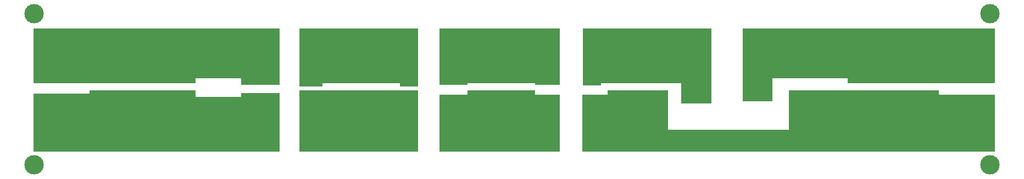
<source format=gtl>
G04*
G04 #@! TF.GenerationSoftware,Altium Limited,Altium Designer,20.2.3 (150)*
G04*
G04 Layer_Physical_Order=1*
G04 Layer_Color=255*
%FSLAX25Y25*%
%MOIN*%
G70*
G04*
G04 #@! TF.SameCoordinates,3BBCC810-EA08-4C21-AED5-1319FEB89D9C*
G04*
G04*
G04 #@! TF.FilePolarity,Positive*
G04*
G01*
G75*
%ADD12R,0.09843X0.13780*%
%ADD13R,0.14567X0.15748*%
%ADD14R,0.09843X0.05906*%
%ADD15R,0.05118X0.02756*%
%ADD22C,0.11417*%
%ADD23C,0.11811*%
G36*
X159000Y56937D02*
X135500D01*
Y60937D01*
X108000D01*
Y57937D01*
X9500D01*
X9500Y91000D01*
X159000D01*
X159000Y56937D01*
D02*
G37*
G36*
X108000Y49437D02*
X135500D01*
Y51937D01*
X159000D01*
X159000Y16000D01*
X9500D01*
X9500Y51437D01*
X43500D01*
Y53437D01*
X108000D01*
Y49437D01*
D02*
G37*
G36*
X243000Y16000D02*
X171000D01*
X171000Y53437D01*
X243000D01*
X243000Y16000D01*
D02*
G37*
G36*
X243000Y55937D02*
X232000D01*
Y57937D01*
X185000D01*
Y55937D01*
X171000D01*
X171000Y91000D01*
X243000D01*
X243000Y55937D01*
D02*
G37*
G36*
X593000Y58437D02*
X592500Y57937D01*
X503500D01*
Y60937D01*
X458000D01*
Y46937D01*
X440000D01*
Y91000D01*
X593000D01*
Y58437D01*
D02*
G37*
G36*
X329000Y56937D02*
X314000D01*
Y57937D01*
X273000D01*
Y56937D01*
X256000D01*
Y91000D01*
X329000D01*
Y56937D01*
D02*
G37*
G36*
X421000Y45437D02*
X402500D01*
Y57937D01*
X354000D01*
X354000Y56437D01*
X343000D01*
Y91000D01*
X421000D01*
Y45437D01*
D02*
G37*
G36*
X559000Y50937D02*
X593000D01*
X593000Y16000D01*
X342500Y16000D01*
X342500Y50937D01*
X358000D01*
Y53437D01*
X394500D01*
Y29437D01*
X468000D01*
Y53437D01*
X559000D01*
Y50937D01*
D02*
G37*
G36*
X314000Y50937D02*
X329000D01*
Y16000D01*
X256000D01*
Y50937D01*
X273000D01*
Y53437D01*
X314000D01*
Y50937D01*
D02*
G37*
D12*
X483500Y68429D02*
D03*
Y42445D02*
D03*
X121000Y68429D02*
D03*
Y42445D02*
D03*
D13*
X448008Y55437D02*
D03*
X411000D02*
D03*
D14*
X349000Y47937D02*
D03*
Y59748D02*
D03*
X323410D02*
D03*
Y47937D02*
D03*
X262648D02*
D03*
Y59748D02*
D03*
X237057D02*
D03*
Y47937D02*
D03*
X176295D02*
D03*
Y59748D02*
D03*
X150705D02*
D03*
Y47937D02*
D03*
D15*
X536500Y51937D02*
D03*
Y59417D02*
D03*
X523500Y51937D02*
D03*
Y59417D02*
D03*
X510500Y51937D02*
D03*
Y59417D02*
D03*
X390500Y51937D02*
D03*
Y59417D02*
D03*
X377500Y51937D02*
D03*
Y59417D02*
D03*
X364500Y51937D02*
D03*
Y59417D02*
D03*
X306500Y51937D02*
D03*
Y59417D02*
D03*
X293500Y51937D02*
D03*
Y59417D02*
D03*
X280500Y51937D02*
D03*
Y59417D02*
D03*
X219500Y51937D02*
D03*
Y59417D02*
D03*
X206500Y51937D02*
D03*
Y59417D02*
D03*
X193500Y51937D02*
D03*
Y59417D02*
D03*
X92500Y51937D02*
D03*
Y59417D02*
D03*
X79500Y51937D02*
D03*
Y59417D02*
D03*
X66500Y51937D02*
D03*
Y59417D02*
D03*
D22*
X572000Y64937D02*
D03*
Y44937D02*
D03*
X30500D02*
D03*
Y64937D02*
D03*
D23*
X590000Y100000D02*
D03*
Y8000D02*
D03*
X10000D02*
D03*
Y100000D02*
D03*
M02*

</source>
